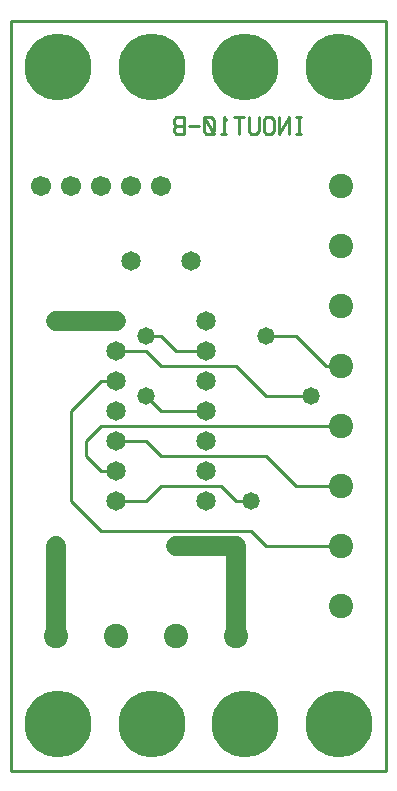
<source format=gbl>
%MOIN*%
%FSLAX25Y25*%
G04 D10 used for Character Trace; *
G04     Circle (OD=.01000) (No hole)*
G04 D11 used for Power Trace; *
G04     Circle (OD=.06700) (No hole)*
G04 D12 used for Signal Trace; *
G04     Circle (OD=.01100) (No hole)*
G04 D13 used for Via; *
G04     Circle (OD=.05800) (Round. Hole ID=.02800)*
G04 D14 used for Component hole; *
G04     Circle (OD=.06500) (Round. Hole ID=.03500)*
G04 D15 used for Component hole; *
G04     Circle (OD=.06700) (Round. Hole ID=.04300)*
G04 D16 used for Component hole; *
G04     Circle (OD=.08100) (Round. Hole ID=.05100)*
G04 D17 used for Component hole; *
G04     Circle (OD=.08900) (Round. Hole ID=.05900)*
G04 D18 used for Component hole; *
G04     Circle (OD=.11300) (Round. Hole ID=.08300)*
G04 D19 used for Component hole; *
G04     Circle (OD=.16000) (Round. Hole ID=.13000)*
G04 D20 used for Component hole; *
G04     Circle (OD=.18300) (Round. Hole ID=.15300)*
G04 D21 used for Component hole; *
G04     Circle (OD=.22291) (Round. Hole ID=.19291)*
%ADD10C,.01000*%
%ADD11C,.06700*%
%ADD12C,.01100*%
%ADD13C,.05800*%
%ADD14C,.06500*%
%ADD15C,.06700*%
%ADD16C,.08100*%
%ADD17C,.08900*%
%ADD18C,.11300*%
%ADD19C,.16000*%
%ADD20C,.18300*%
%ADD21C,.22291*%
%IPPOS*%
%LPD*%
G90*X0Y0D02*D21*X15625Y15625D03*D16*              
X35000Y45000D03*X15000D03*D11*Y75000D01*D13*D03*  
D12*X30000Y80000D02*X20000Y90000D01*              
X30000Y80000D02*X80000D01*X85000Y75000D01*        
X110000D01*D16*D03*Y95000D03*D12*X95000D01*       
X85000Y105000D01*X50000D01*X45000Y110000D01*      
X35000D01*D14*D03*D12*X25000D02*X30000Y115000D01* 
X25000Y105000D02*Y110000D01*X30000Y100000D02*     
X25000Y105000D01*X30000Y100000D02*X35000D01*D14*  
D03*D12*Y90000D02*X45000D01*D14*X35000D03*D12*    
X45000D02*X50000Y95000D01*X70000D01*              
X75000Y90000D01*X80000D01*D13*D03*D14*            
X65000Y100000D03*D11*X75000Y45000D02*Y75000D01*   
D16*Y45000D03*X55000D03*D21*X46875Y15625D03*D11*  
X55000Y75000D02*X75000D01*D13*X55000D03*D14*      
X65000Y90000D03*D12*X20000D02*Y120000D01*         
X30000Y130000D01*X35000D01*D14*D03*D12*           
X50000Y135000D02*X45000Y140000D01*                
X50000Y135000D02*X75000D01*X85000Y125000D01*      
X100000D01*D13*D03*D16*X110000Y115000D03*D12*     
X30000D01*D14*X35000Y120000D03*D13*               
X45000Y125000D03*D12*X50000Y120000D01*X65000D01*  
D14*D03*Y130000D03*Y110000D03*D12*                
X35000Y140000D02*X45000D01*D14*X35000D03*         
Y150000D03*D11*X15000D01*D13*D03*D14*             
X40000Y170000D03*D13*X45000Y145000D03*D12*        
X50000D01*X55000Y140000D01*X65000D01*D14*D03*     
Y150000D03*D13*X85000Y145000D03*D12*X95000D01*    
X105000Y135000D01*X110000D01*D16*D03*Y155000D03*  
Y175000D03*D14*X60000Y170000D03*D15*              
X50000Y195000D03*D16*X110000D03*D15*X40000D03*    
X30000D03*D16*X110000Y55000D03*D10*               
X95837Y212129D02*Y217871D01*X96674Y212129D02*     
X95000D01*X96674Y217871D02*X95000D01*             
X92511Y212129D02*Y217871D01*X89163Y212129D01*     
Y217871D01*X84163Y213086D02*X85000Y212129D01*     
X86674D01*X87511Y213086D01*Y216914D01*            
X86674Y217871D01*X85000D01*X84163Y216914D01*      
Y213086D01*X79163Y217871D02*Y213086D01*           
X80000Y212129D01*X81674D01*X82511Y213086D01*      
Y217871D01*X75837Y212129D02*Y217871D01*X77511D02* 
X74163D01*X71674Y216914D02*X70837Y217871D01*      
Y212129D01*X71674D02*X70000D01*X64163Y213086D02*  
X65000Y212129D01*X66674D01*X67511Y213086D01*      
Y216914D01*X66674Y217871D01*X65000D01*            
X64163Y216914D01*Y213086D01*X67511Y212129D02*     
X64163Y217871D01*X62511Y215000D02*X59163D01*      
X57511Y212129D02*Y217871D01*X55000D01*            
X54163Y216914D01*Y215957D01*X55000Y215000D01*     
X54163Y214043D01*Y213086D01*X55000Y212129D01*     
X57511D01*Y215000D02*X55000D01*D15*               
X20000Y195000D03*X10000D03*D21*X109375Y234375D03* 
X78125D03*X46875D03*X15625D03*D12*X125000Y0D02*   
Y250000D01*X0Y0D02*X125000D01*X0D02*Y250000D01*   
X125000D01*D21*X78125Y15625D03*X109375D03*M02*    

</source>
